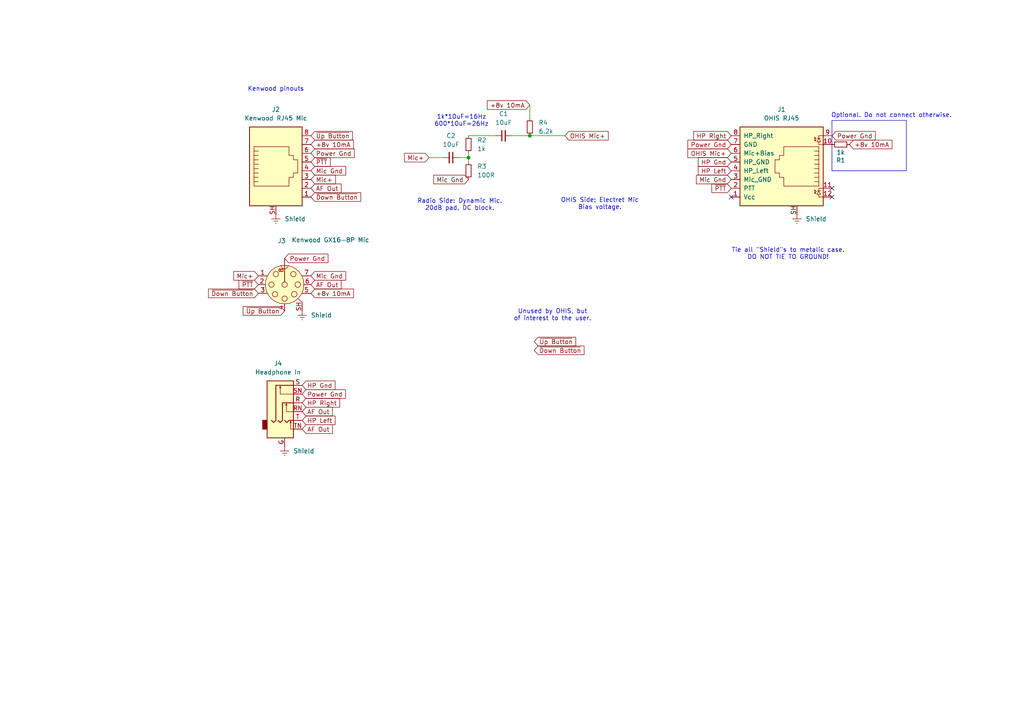
<source format=kicad_sch>
(kicad_sch (version 20231120) (generator "eeschema") (generator_version "8.0")
  (paper "A4")
  (lib_symbols
    (symbol "Connector:RJ45_Shielded" (pin_names (offset 1.016))
      (property "Reference" "J" (at -5.08 13.97 0))
      (property "Value" "RJ45_Shielded" (at 2.54 13.97 0))
      (symbol "RJ45_Shielded_0_1"
        (polyline (pts (xy -5.08 4.445) (xy -6.35 4.445)))
        (polyline (pts (xy -5.08 5.715) (xy -6.35 5.715)))
        (polyline (pts (xy -6.35 -3.175) (xy -5.08 -3.175) (xy -5.08 -3.175)))
        (polyline (pts (xy -6.35 -1.905) (xy -5.08 -1.905) (xy -5.08 -1.905)))
        (polyline (pts (xy -6.35 -0.635) (xy -5.08 -0.635) (xy -5.08 -0.635)))
        (polyline (pts (xy -6.35 0.635) (xy -5.08 0.635) (xy -5.08 0.635)))
        (polyline (pts (xy -6.35 1.905) (xy -5.08 1.905) (xy -5.08 1.905)))
        (polyline (pts (xy -5.08 3.175) (xy -6.35 3.175) (xy -6.35 3.175)))
        (polyline (pts (xy -6.35 -4.445) (xy -6.35 6.985) (xy 3.81 6.985) (xy 3.81 4.445) (xy 5.08 4.445) (xy 5.08 3.175) (xy 6.35 3.175) (xy 6.35 -0.635) (xy 5.08 -0.635) (xy 5.08 -1.905) (xy 3.81 -1.905) (xy 3.81 -4.445) (xy -6.35 -4.445) (xy -6.35 -4.445)))
        (rectangle (start 7.62 12.7) (end -7.62 -10.16) (stroke (width 0.254)) (fill (type background)))
      )
      (symbol "RJ45_Shielded_1_1"
        (pin passive line (at 10.16 -7.62 180) (length 2.54) (name "~") (number "1"))
        (pin passive line (at 10.16 -5.08 180) (length 2.54) (name "~") (number "2"))
        (pin passive line (at 10.16 -2.54 180) (length 2.54) (name "~") (number "3"))
        (pin passive line (at 10.16 0 180) (length 2.54) (name "~") (number "4"))
        (pin passive line (at 10.16 2.54 180) (length 2.54) (name "~") (number "5"))
        (pin passive line (at 10.16 5.08 180) (length 2.54) (name "~") (number "6"))
        (pin passive line (at 10.16 7.62 180) (length 2.54) (name "~") (number "7"))
        (pin passive line (at 10.16 10.16 180) (length 2.54) (name "~") (number "8"))
        (pin passive line (at 0 -12.7 90) (length 2.54) (name "~") (number "SH"))
      )
    )
    (symbol "Connector_Audio:AudioJack3_Ground_Switch"
      (property "Reference" "J" (at 0 11.43 0))
      (property "Value" "AudioJack3_Ground_Switch" (at 0 8.89 0))
      (symbol "AudioJack3_Ground_Switch_0_1"
        (rectangle (start -5.08 -5.08) (end -6.35 -7.62) (stroke (width 0.254)) (fill (type outline)))
        (rectangle (start 2.54 6.35) (end -5.08 -10.16) (stroke (width 0.254)) (fill (type background)))
      )
      (symbol "AudioJack3_Ground_Switch_1_1"
        (polyline (pts (xy -1.27 4.826) (xy -1.016 4.318)))
        (polyline (pts (xy 0.508 -0.254) (xy 0.762 -0.762)))
        (polyline (pts (xy 1.778 -5.334) (xy 2.032 -5.842)))
        (polyline (pts (xy 0 -5.08) (xy 0.635 -5.715) (xy 1.27 -5.08) (xy 2.54 -5.08)) (stroke (width 0.254)))
        (polyline (pts (xy 2.54 -7.62) (xy 1.778 -7.62) (xy 1.778 -5.334) (xy 1.524 -5.842)))
        (polyline (pts (xy 2.54 -2.54) (xy 0.508 -2.54) (xy 0.508 -0.254) (xy 0.254 -0.762)))
        (polyline (pts (xy 2.54 2.54) (xy -1.27 2.54) (xy -1.27 4.826) (xy -1.524 4.318)))
        (polyline (pts (xy -1.905 -5.08) (xy -1.27 -5.715) (xy -0.635 -5.08) (xy -0.635 0) (xy 2.54 0)) (stroke (width 0.254)))
        (polyline (pts (xy 2.54 5.08) (xy -2.54 5.08) (xy -2.54 -5.08) (xy -3.175 -5.715) (xy -3.81 -5.08)) (stroke (width 0.254)))
        (pin passive line (at 0 -12.7 90) (length 2.54) (name "~") (number "G"))
        (pin passive line (at 5.08 0 180) (length 2.54) (name "~") (number "R"))
        (pin passive line (at 5.08 -2.54 180) (length 2.54) (name "~") (number "RN"))
        (pin passive line (at 5.08 5.08 180) (length 2.54) (name "~") (number "S"))
        (pin passive line (at 5.08 2.54 180) (length 2.54) (name "~") (number "SN"))
        (pin passive line (at 5.08 -5.08 180) (length 2.54) (name "~") (number "T"))
        (pin passive line (at 5.08 -7.62 180) (length 2.54) (name "~") (number "TN"))
      )
    )
    (symbol "Device:C_Small" (pin_numbers hide) (pin_names (offset 0.254) hide)
      (property "Reference" "C" (at 0.254 1.778 0))
      (property "Value" "C_Small" (at 0.254 -2.032 0))
      (symbol "C_Small_0_1"
        (polyline (pts (xy -1.524 -0.508) (xy 1.524 -0.508)) (stroke (width 0.3302)))
        (polyline (pts (xy -1.524 0.508) (xy 1.524 0.508)) (stroke (width 0.3048)))
      )
      (symbol "C_Small_1_1"
        (pin passive line (at 0 2.54 270) (length 2.032) (name "~") (number "1"))
        (pin passive line (at 0 -2.54 90) (length 2.032) (name "~") (number "2"))
      )
    )
    (symbol "Device:R_Small" (pin_numbers hide) (pin_names (offset 0.254) hide)
      (property "Reference" "R" (at 0.762 0.508 0))
      (property "Value" "R_Small" (at 0.762 -1.016 0))
      (symbol "R_Small_0_1"
        (rectangle (start -0.762 1.778) (end 0.762 -1.778) (stroke (width 0.2032)))
      )
      (symbol "R_Small_1_1"
        (pin passive line (at 0 2.54 270) (length 0.762) (name "~") (number "1"))
        (pin passive line (at 0 -2.54 90) (length 0.762) (name "~") (number "2"))
      )
    )
    (symbol "OHIS:Conn_GX16-8p"
      (property "Reference" "J" (at -3.302 6.604 0))
      (symbol "Conn_GX16-8p_0_1"
        (circle (center -3.81 0) (radius 0.762))
        (circle (center -2.794 -2.794) (radius 0.762))
        (circle (center -2.54 3.048) (radius 0.762))
        (arc (start -1.016 5.588) (mid 0 4.572) (end 1.016 5.588))
        (circle (center 0 -4.064) (radius 0.762))
        (polyline (pts (xy 5.08 -5.08) (xy 3.81 -4.064)))
        (circle (center 0 0) (radius 0.762))
        (circle (center 2.54 3.048) (radius 0.762))
        (circle (center 2.794 -2.794) (radius 0.8032))
        (circle (center 3.81 0) (radius 0.8032))
      )
      (symbol "Conn_GX16-8p_1_1"
        (circle (center 0 0) (radius 5.588) (fill (type background)))
        (pin input line (at -7.62 2.54 0) (length 2.54) (name "") (number "1"))
        (pin input line (at -7.62 0 0) (length 2.032) (name "") (number "2"))
        (pin input line (at -7.62 -2.54 0) (length 2.54) (name "") (number "3"))
        (pin input line (at 0 -7.62 90) (length 2.032) (name "") (number "4"))
        (pin input line (at 7.62 -2.54 180) (length 2.54) (name "") (number "5"))
        (pin input line (at 7.62 0 180) (length 2.032) (name "") (number "6"))
        (pin input line (at 7.62 2.54 180) (length 2.54) (name "") (number "7"))
        (pin input line (at 0 7.62 270) (length 6.858) (name "") (number "8"))
        (pin input line (at 5.08 -7.62 90) (length 2.54) (name "") (number "SH"))
      )
    )
    (symbol "OHIS:Conn_RJ45_OHIS_LED_Shield" (pin_names (offset 1.016))
      (property "Reference" "J" (at -5.08 13.97 0))
      (property "Value" "Conn_RJ45_OHIS_LED_Shield" (at -8.89 17.78 0))
      (symbol "Conn_RJ45_OHIS_LED_Shield_0_1"
        (rectangle (start -7.62 12.7) (end 16.51 -10.16) (stroke (width 0.254)) (fill (type background)))
        (polyline (pts (xy -7.62 -7.62) (xy -6.35 -7.62)))
        (polyline (pts (xy -7.62 -5.08) (xy -6.35 -5.08)))
        (polyline (pts (xy -7.62 7.62) (xy -6.35 7.62)))
        (polyline (pts (xy -7.62 10.16) (xy -6.35 10.16)))
        (polyline (pts (xy -6.858 -5.842) (xy -5.842 -5.842)))
        (polyline (pts (xy -6.858 9.398) (xy -5.842 9.398)))
        (polyline (pts (xy -6.35 -7.62) (xy -6.35 -6.858)))
        (polyline (pts (xy -6.35 -5.08) (xy -6.35 -5.842)))
        (polyline (pts (xy -6.35 7.62) (xy -6.35 8.382)))
        (polyline (pts (xy -6.35 10.16) (xy -6.35 9.398)))
        (polyline (pts (xy -5.08 -6.223) (xy -5.207 -6.604)))
        (polyline (pts (xy -5.08 -5.588) (xy -5.207 -5.969)))
        (polyline (pts (xy -5.08 4.445) (xy -6.35 4.445)))
        (polyline (pts (xy -5.08 5.715) (xy -6.35 5.715)))
        (polyline (pts (xy -5.08 9.017) (xy -5.207 8.636)))
        (polyline (pts (xy -5.08 9.652) (xy -5.207 9.271)))
        (polyline (pts (xy -6.35 -3.175) (xy -5.08 -3.175) (xy -5.08 -3.175)))
        (polyline (pts (xy -6.35 -1.905) (xy -5.08 -1.905) (xy -5.08 -1.905)))
        (polyline (pts (xy -6.35 -0.635) (xy -5.08 -0.635) (xy -5.08 -0.635)))
        (polyline (pts (xy -6.35 0.635) (xy -5.08 0.635) (xy -5.08 0.635)))
        (polyline (pts (xy -6.35 1.905) (xy -5.08 1.905) (xy -5.08 1.905)))
        (polyline (pts (xy -5.588 -6.731) (xy -5.08 -6.223) (xy -5.461 -6.35)))
        (polyline (pts (xy -5.588 -6.096) (xy -5.08 -5.588) (xy -5.461 -5.715)))
        (polyline (pts (xy -5.588 8.509) (xy -5.08 9.017) (xy -5.461 8.89)))
        (polyline (pts (xy -5.588 9.144) (xy -5.08 9.652) (xy -5.461 9.525)))
        (polyline (pts (xy -5.08 3.175) (xy -6.35 3.175) (xy -6.35 3.175)))
        (polyline (pts (xy -6.35 -5.842) (xy -6.858 -6.858) (xy -5.842 -6.858) (xy -6.35 -5.842)))
        (polyline (pts (xy -6.35 9.398) (xy -6.858 8.382) (xy -5.842 8.382) (xy -6.35 9.398)))
        (polyline (pts (xy -6.35 -4.445) (xy -6.35 6.985) (xy 3.81 6.985) (xy 3.81 4.445) (xy 5.08 4.445) (xy 5.08 3.175) (xy 6.35 3.175) (xy 6.35 -0.635) (xy 5.08 -0.635) (xy 5.08 -1.905) (xy 3.81 -1.905) (xy 3.81 -4.445) (xy -6.35 -4.445) (xy -6.35 -4.445)))
      )
      (symbol "Conn_RJ45_OHIS_LED_Shield_1_1"
        (pin passive line (at 19.05 -7.62 180) (length 2.54) (name "Vcc") (number "1"))
        (pin passive line (at -10.16 7.62 0) (length 2.54) (name "~") (number "10"))
        (pin passive line (at -10.16 -5.08 0) (length 2.54) (name "~") (number "11"))
        (pin passive line (at -10.16 -7.62 0) (length 2.54) (name "~") (number "12"))
        (pin passive line (at 19.05 -5.08 180) (length 2.54) (name "PTT") (number "2"))
        (pin passive line (at 19.05 -2.54 180) (length 2.54) (name "Mic_GND") (number "3"))
        (pin passive line (at 19.05 0 180) (length 2.54) (name "HP_Left") (number "4"))
        (pin passive line (at 19.05 2.54 180) (length 2.54) (name "HP_GND") (number "5"))
        (pin passive line (at 19.05 5.08 180) (length 2.54) (name "Mic+Bias") (number "6"))
        (pin passive line (at 19.05 7.62 180) (length 2.54) (name "GND") (number "7"))
        (pin passive line (at 19.05 10.16 180) (length 2.54) (name "HP_Right") (number "8"))
        (pin passive line (at -10.16 10.16 0) (length 2.54) (name "~") (number "9"))
        (pin passive line (at 0 -12.7 90) (length 2.54) (name "~") (number "SH"))
      )
    )
    (symbol "power:Earth" (power) (pin_numbers hide) (pin_names (offset 0) hide)
      (property "Value" "Earth" (at 0 -3.81 0))
      (symbol "Earth_0_1"
        (polyline (pts (xy -0.635 -1.905) (xy 0.635 -1.905)))
        (polyline (pts (xy -0.127 -2.54) (xy 0.127 -2.54)))
        (polyline (pts (xy 0 -1.27) (xy 0 0)))
        (polyline (pts (xy 1.27 -1.27) (xy -1.27 -1.27)))
      )
      (symbol "Earth_1_1"
        (pin power_in line (at 0 0 270) (length 0) (name "~") (number "1"))
      )
    )
  )
  (junction (at 153.67 39.37))
  (junction (at 135.89 45.72))
  (no_connect (at 241.3 54.61))
  (no_connect (at 212.09 57.15))
  (no_connect (at 241.3 57.15))
  (wire (pts (xy 148.59 39.37) (xy 153.67 39.37)))
  (wire (pts (xy 133.35 45.72) (xy 135.89 45.72)))
  (wire (pts (xy 135.89 44.45) (xy 135.89 45.72)))
  (wire (pts (xy 124.46 45.72) (xy 128.27 45.72)))
  (wire (pts (xy 135.89 39.37) (xy 143.51 39.37)))
  (wire (pts (xy 153.67 39.37) (xy 163.83 39.37)))
  (wire (pts (xy 153.67 30.48) (xy 153.67 34.29)))
  (wire (pts (xy 135.89 45.72) (xy 135.89 46.99)))
  (rectangle (start 241.3 34.925) (end 262.89 49.53))
  (text "Kenwood pinouts" (at 80.01 25.908 0) (effects (font (size 1.27 1.27))))
  (text "OHIS Side: Electret Mic\nBias voltage." (at 173.99 59.182 0) (effects (font (size 1.27 1.27))))
  (text "Radio Side: Dynamic Mic.\n20dB pad, DC block." (at 133.35 59.436 0) (effects (font (size 1.27 1.27))))
  (text "Tie all \"Shield\"s to metalic case.\nDO NOT TIE TO GROUND!" (at 228.6 73.66 0) (effects (font (size 1.27 1.27))))
  (text "Unused by OHIS, but\nof interest to the user." (at 160.274 91.44 0) (effects (font (size 1.27 1.27))))
  (text "1k*10uF=16Hz\n600*10uF=26Hz" (at 133.858 35.052 0) (effects (font (size 1.27 1.27))))
  (text "Optional. Do not connect otherwise." (at 258.572 33.528 0) (effects (font (size 1.27 1.27))))
  (global_label "Mic Gnd" (shape input) (at 212.09 52.07 180) (property "Intersheetrefs" "${INTERSHEET_REFS}" (effects (hide yes))))
  (global_label "OHIS Mic+" (shape input) (at 163.83 39.37 0) (property "Intersheetrefs" "${INTERSHEET_REFS}" (effects (hide yes))))
  (global_label "~{Down Button}" (shape input) (at 154.94 101.6 0) (property "Intersheetrefs" "${INTERSHEET_REFS}" (effects (hide yes))))
  (global_label "~{PTT}" (shape input) (at 212.09 54.61 180) (property "Intersheetrefs" "${INTERSHEET_REFS}" (effects (hide yes))))
  (global_label "Power Gnd" (shape input) (at 87.63 114.3 0) (property "Intersheetrefs" "${INTERSHEET_REFS}" (effects (hide yes))))
  (global_label "~{Down Button}" (shape input) (at 74.93 85.09 180) (property "Intersheetrefs" "${INTERSHEET_REFS}" (effects (hide yes))))
  (global_label "AF Out" (shape input) (at 87.63 124.46 0) (property "Intersheetrefs" "${INTERSHEET_REFS}" (effects (hide yes))))
  (global_label "OHIS Mic+" (shape input) (at 212.09 44.45 180) (property "Intersheetrefs" "${INTERSHEET_REFS}" (effects (hide yes))))
  (global_label "HP Gnd" (shape input) (at 87.63 111.76 0) (property "Intersheetrefs" "${INTERSHEET_REFS}" (effects (hide yes))))
  (global_label "~{Up Button}" (shape input) (at 90.17 39.37 0) (property "Intersheetrefs" "${INTERSHEET_REFS}" (effects (hide yes))))
  (global_label "HP Right" (shape input) (at 212.09 39.37 180) (property "Intersheetrefs" "${INTERSHEET_REFS}" (effects (hide yes))))
  (global_label "~{Down Button}" (shape input) (at 90.17 57.15 0) (property "Intersheetrefs" "${INTERSHEET_REFS}" (effects (hide yes))))
  (global_label "+8v 10mA" (shape input) (at 246.38 41.91 0) (property "Intersheetrefs" "${INTERSHEET_REFS}" (effects (hide yes))))
  (global_label "Mic+" (shape input) (at 74.93 80.01 180) (property "Intersheetrefs" "${INTERSHEET_REFS}" (effects (hide yes))))
  (global_label "~{PTT}" (shape input) (at 74.93 82.55 180) (property "Intersheetrefs" "${INTERSHEET_REFS}" (effects (hide yes))))
  (global_label "+8v 10mA" (shape input) (at 90.17 41.91 0) (property "Intersheetrefs" "${INTERSHEET_REFS}" (effects (hide yes))))
  (global_label "~{PTT}" (shape input) (at 90.17 46.99 0) (property "Intersheetrefs" "${INTERSHEET_REFS}" (effects (hide yes))))
  (global_label "~{Up Button}" (shape input) (at 82.55 90.17 180) (property "Intersheetrefs" "${INTERSHEET_REFS}" (effects (hide yes))))
  (global_label "~{Up Button}" (shape input) (at 154.94 99.06 0) (property "Intersheetrefs" "${INTERSHEET_REFS}" (effects (hide yes))))
  (global_label "+8v 10mA" (shape input) (at 90.17 85.09 0) (property "Intersheetrefs" "${INTERSHEET_REFS}" (effects (hide yes))))
  (global_label "Power Gnd" (shape input) (at 241.3 39.37 0) (property "Intersheetrefs" "${INTERSHEET_REFS}" (effects (hide yes))))
  (global_label "HP Gnd" (shape input) (at 212.09 46.99 180) (property "Intersheetrefs" "${INTERSHEET_REFS}" (effects (hide yes))))
  (global_label "AF Out" (shape input) (at 87.63 119.38 0) (property "Intersheetrefs" "${INTERSHEET_REFS}" (effects (hide yes))))
  (global_label "Mic Gnd" (shape input) (at 90.17 49.53 0) (property "Intersheetrefs" "${INTERSHEET_REFS}" (effects (hide yes))))
  (global_label "Power Gnd" (shape input) (at 90.17 44.45 0) (property "Intersheetrefs" "${INTERSHEET_REFS}" (effects (hide yes))))
  (global_label "Power Gnd" (shape input) (at 82.55 74.93 0) (property "Intersheetrefs" "${INTERSHEET_REFS}" (effects (hide yes))))
  (global_label "AF Out" (shape input) (at 90.17 82.55 0) (property "Intersheetrefs" "${INTERSHEET_REFS}" (effects (hide yes))))
  (global_label "AF Out" (shape input) (at 90.17 54.61 0) (property "Intersheetrefs" "${INTERSHEET_REFS}" (effects (hide yes))))
  (global_label "Mic+" (shape input) (at 124.46 45.72 180) (property "Intersheetrefs" "${INTERSHEET_REFS}" (effects (hide yes))))
  (global_label "Mic+" (shape input) (at 90.17 52.07 0) (property "Intersheetrefs" "${INTERSHEET_REFS}" (effects (hide yes))))
  (global_label "HP Left" (shape input) (at 87.63 121.92 0) (property "Intersheetrefs" "${INTERSHEET_REFS}" (effects (hide yes))))
  (global_label "HP Left" (shape input) (at 212.09 49.53 180) (property "Intersheetrefs" "${INTERSHEET_REFS}" (effects (hide yes))))
  (global_label "Power Gnd" (shape input) (at 212.09 41.91 180) (property "Intersheetrefs" "${INTERSHEET_REFS}" (effects (hide yes))))
  (global_label "Mic Gnd" (shape input) (at 135.89 52.07 180) (property "Intersheetrefs" "${INTERSHEET_REFS}" (effects (hide yes))))
  (global_label "HP Right" (shape input) (at 87.63 116.84 0) (property "Intersheetrefs" "${INTERSHEET_REFS}" (effects (hide yes))))
  (global_label "Mic Gnd" (shape input) (at 90.17 80.01 0) (property "Intersheetrefs" "${INTERSHEET_REFS}" (effects (hide yes))))
  (global_label "+8v 10mA" (shape input) (at 153.67 30.48 180) (property "Intersheetrefs" "${INTERSHEET_REFS}" (effects (hide yes))))
  (symbol (lib_id "power:Earth") (at 82.55 129.54 0) (unit 1)
    (property "Reference" "#PWR03" (effects (hide yes)))
    (property "Value" "Shield" (at 85.09 130.8099 0) (effects (justify left)))
    (property "Description" "Power symbol creates a global label with name \"Earth\"" (effects (hide yes)))
  )
  (symbol (lib_id "power:Earth") (at 87.63 90.17 0) (unit 1)
    (property "Reference" "#PWR01" (effects (hide yes)))
    (property "Value" "Shield" (at 90.17 91.4399 0) (effects (justify left)))
    (property "Description" "Power symbol creates a global label with name \"Earth\"" (effects (hide yes)))
  )
  (symbol (lib_id "Connector:RJ45_Shielded") (at 80.01 49.53 0) (unit 1)
    (property "Reference" "J2" (at 80.01 31.75 0))
    (property "Value" "Kenwood RJ45 Mic" (at 80.01 34.29 0))
    (property "Description" "RJ connector, 8P8C (8 positions 8 connected), Shielded" (effects (hide yes)))
  )
  (symbol (lib_id "OHIS:Conn_GX16-8p") (at 82.55 82.55 0) (unit 1)
    (property "Reference" "J3" (at 80.518 69.85 0) (effects (justify left)))
    (property "Value" "Kenwood GX16-8P Mic" (at 84.582 69.596 0) (effects (justify left)))
  )
  (symbol (lib_id "OHIS:Conn_RJ45_OHIS_LED_Shield") (at 231.14 49.53 0) (mirror y) (unit 1)
    (property "Reference" "J1" (at 226.695 31.75 0))
    (property "Value" "OHIS RJ45" (at 226.695 34.29 0))
    (property "Description" "RJ connector, 8P8C (8 positions 8 connected), two LEDs, RJ45, Shielded" (effects (hide yes)))
  )
  (symbol (lib_id "Device:R_Small") (at 135.89 49.53 0) (unit 1)
    (property "Reference" "R3" (at 138.43 48.2599 0) (effects (justify left)))
    (property "Value" "100R" (at 138.43 50.7999 0) (effects (justify left)))
    (property "Description" "Resistor, small symbol" (effects (hide yes)))
  )
  (symbol (lib_id "Device:R_Small") (at 135.89 41.91 0) (unit 1)
    (property "Reference" "R2" (at 138.43 40.6399 0) (effects (justify left)))
    (property "Value" "1k" (at 138.43 43.1799 0) (effects (justify left)))
    (property "Description" "Resistor, small symbol" (effects (hide yes)))
  )
  (symbol (lib_id "Device:R_Small") (at 153.67 36.83 0) (unit 1)
    (property "Reference" "R4" (at 156.21 35.5599 0) (effects (justify left)))
    (property "Value" "6.2k" (at 156.21 38.0999 0) (effects (justify left)))
    (property "Description" "Resistor, small symbol" (effects (hide yes)))
  )
  (symbol (lib_id "Connector_Audio:AudioJack3_Ground_Switch") (at 82.55 116.84 0) (unit 1)
    (property "Reference" "J4" (at 80.645 105.41 0))
    (property "Value" "Headphone In" (at 80.645 107.95 0))
    (property "Description" "Audio Jack, 3 Poles (Stereo / TRS), Grounded Sleeve, Switched Poles (Normalling)" (effects (hide yes)))
  )
  (symbol (lib_id "Device:C_Small") (at 146.05 39.37 90) (unit 1)
    (property "Reference" "C1" (at 146.0563 33.02 90))
    (property "Value" "10uF" (at 146.0563 35.56 90))
    (property "Description" "Unpolarized capacitor, small symbol" (effects (hide yes)))
  )
  (symbol (lib_id "power:Earth") (at 80.01 62.23 0) (unit 1)
    (property "Reference" "#PWR07" (effects (hide yes)))
    (property "Value" "Shield" (at 82.55 63.4999 0) (effects (justify left)))
    (property "Description" "Power symbol creates a global label with name \"Earth\"" (effects (hide yes)))
  )
  (symbol (lib_id "power:Earth") (at 231.14 62.23 0) (unit 1)
    (property "Reference" "#PWR02" (effects (hide yes)))
    (property "Value" "Shield" (at 233.68 63.4999 0) (effects (justify left)))
    (property "Description" "Power symbol creates a global label with name \"Earth\"" (effects (hide yes)))
  )
  (symbol (lib_id "Device:C_Small") (at 130.81 45.72 270) (unit 1)
    (property "Reference" "C2" (at 130.8036 39.37 90))
    (property "Value" "10uF" (at 130.8036 41.91 90))
    (property "Description" "Unpolarized capacitor, small symbol" (effects (hide yes)))
  )
  (symbol (lib_id "Device:R_Small") (at 243.84 41.91 270) (unit 1)
    (property "Reference" "R1" (at 243.84 46.482 90))
    (property "Value" "1k" (at 243.84 44.196 90))
    (property "Description" "Resistor, small symbol" (effects (hide yes)))
  )
)
</source>
